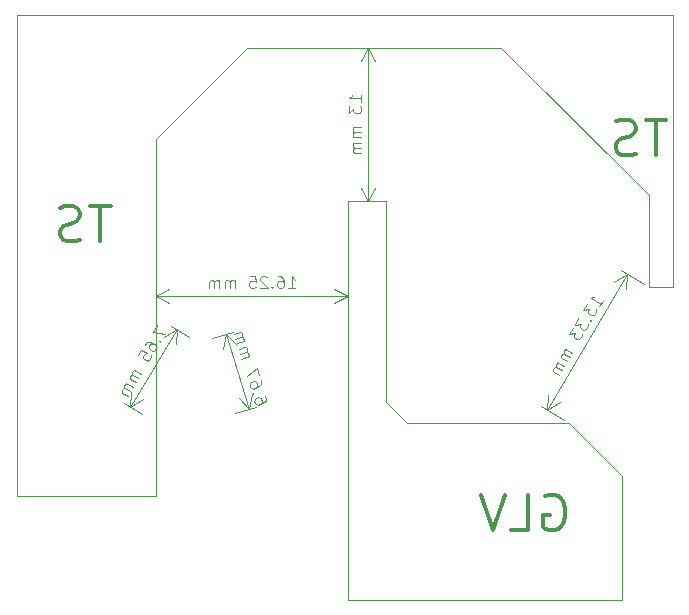
<source format=gbr>
%TF.GenerationSoftware,KiCad,Pcbnew,9.0.1-1.fc42*%
%TF.CreationDate,2025-05-01T02:21:56+08:00*%
%TF.ProjectId,discharge & time_delayforDCDC,64697363-6861-4726-9765-20262074696d,rev?*%
%TF.SameCoordinates,Original*%
%TF.FileFunction,Legend,Bot*%
%TF.FilePolarity,Positive*%
%FSLAX46Y46*%
G04 Gerber Fmt 4.6, Leading zero omitted, Abs format (unit mm)*
G04 Created by KiCad (PCBNEW 9.0.1-1.fc42) date 2025-05-01 02:21:56*
%MOMM*%
%LPD*%
G01*
G04 APERTURE LIST*
%ADD10C,0.100000*%
%ADD11C,0.375000*%
G04 APERTURE END LIST*
D10*
X146750000Y-111250000D02*
X148500000Y-113000000D01*
X162250000Y-113000000D01*
X166750000Y-117500000D01*
X166750000Y-119500000D01*
X166750000Y-128000000D01*
X143500000Y-128000000D01*
X143500000Y-94250000D01*
X146750000Y-94250000D01*
X146750000Y-111250000D01*
X171000000Y-101500000D02*
X169000000Y-101500000D01*
X169000000Y-93750000D01*
X156500000Y-81250000D01*
X135000000Y-81250000D01*
X127249361Y-89000639D01*
X127257978Y-119250000D01*
X115500000Y-119250000D01*
X115500000Y-78500000D01*
X171000000Y-78500000D01*
X171000000Y-101500000D01*
D11*
X170467575Y-87363357D02*
X168753290Y-87363357D01*
X169610432Y-90363357D02*
X169610432Y-87363357D01*
X167896147Y-90220500D02*
X167467576Y-90363357D01*
X167467576Y-90363357D02*
X166753290Y-90363357D01*
X166753290Y-90363357D02*
X166467576Y-90220500D01*
X166467576Y-90220500D02*
X166324718Y-90077642D01*
X166324718Y-90077642D02*
X166181861Y-89791928D01*
X166181861Y-89791928D02*
X166181861Y-89506214D01*
X166181861Y-89506214D02*
X166324718Y-89220500D01*
X166324718Y-89220500D02*
X166467576Y-89077642D01*
X166467576Y-89077642D02*
X166753290Y-88934785D01*
X166753290Y-88934785D02*
X167324718Y-88791928D01*
X167324718Y-88791928D02*
X167610433Y-88649071D01*
X167610433Y-88649071D02*
X167753290Y-88506214D01*
X167753290Y-88506214D02*
X167896147Y-88220500D01*
X167896147Y-88220500D02*
X167896147Y-87934785D01*
X167896147Y-87934785D02*
X167753290Y-87649071D01*
X167753290Y-87649071D02*
X167610433Y-87506214D01*
X167610433Y-87506214D02*
X167324718Y-87363357D01*
X167324718Y-87363357D02*
X166610433Y-87363357D01*
X166610433Y-87363357D02*
X166181861Y-87506214D01*
X160217575Y-119256214D02*
X160503290Y-119113357D01*
X160503290Y-119113357D02*
X160931861Y-119113357D01*
X160931861Y-119113357D02*
X161360432Y-119256214D01*
X161360432Y-119256214D02*
X161646147Y-119541928D01*
X161646147Y-119541928D02*
X161789004Y-119827642D01*
X161789004Y-119827642D02*
X161931861Y-120399071D01*
X161931861Y-120399071D02*
X161931861Y-120827642D01*
X161931861Y-120827642D02*
X161789004Y-121399071D01*
X161789004Y-121399071D02*
X161646147Y-121684785D01*
X161646147Y-121684785D02*
X161360432Y-121970500D01*
X161360432Y-121970500D02*
X160931861Y-122113357D01*
X160931861Y-122113357D02*
X160646147Y-122113357D01*
X160646147Y-122113357D02*
X160217575Y-121970500D01*
X160217575Y-121970500D02*
X160074718Y-121827642D01*
X160074718Y-121827642D02*
X160074718Y-120827642D01*
X160074718Y-120827642D02*
X160646147Y-120827642D01*
X157360432Y-122113357D02*
X158789004Y-122113357D01*
X158789004Y-122113357D02*
X158789004Y-119113357D01*
X156789004Y-119113357D02*
X155789004Y-122113357D01*
X155789004Y-122113357D02*
X154789004Y-119113357D01*
X123415775Y-94660157D02*
X121701490Y-94660157D01*
X122558632Y-97660157D02*
X122558632Y-94660157D01*
X120844347Y-97517300D02*
X120415776Y-97660157D01*
X120415776Y-97660157D02*
X119701490Y-97660157D01*
X119701490Y-97660157D02*
X119415776Y-97517300D01*
X119415776Y-97517300D02*
X119272918Y-97374442D01*
X119272918Y-97374442D02*
X119130061Y-97088728D01*
X119130061Y-97088728D02*
X119130061Y-96803014D01*
X119130061Y-96803014D02*
X119272918Y-96517300D01*
X119272918Y-96517300D02*
X119415776Y-96374442D01*
X119415776Y-96374442D02*
X119701490Y-96231585D01*
X119701490Y-96231585D02*
X120272918Y-96088728D01*
X120272918Y-96088728D02*
X120558633Y-95945871D01*
X120558633Y-95945871D02*
X120701490Y-95803014D01*
X120701490Y-95803014D02*
X120844347Y-95517300D01*
X120844347Y-95517300D02*
X120844347Y-95231585D01*
X120844347Y-95231585D02*
X120701490Y-94945871D01*
X120701490Y-94945871D02*
X120558633Y-94803014D01*
X120558633Y-94803014D02*
X120272918Y-94660157D01*
X120272918Y-94660157D02*
X119558633Y-94660157D01*
X119558633Y-94660157D02*
X119130061Y-94803014D01*
D10*
X136532879Y-110788932D02*
X136588570Y-110971084D01*
X136588570Y-110971084D02*
X136570878Y-111076084D01*
X136570878Y-111076084D02*
X136539262Y-111135545D01*
X136539262Y-111135545D02*
X136430493Y-111268390D01*
X136430493Y-111268390D02*
X136262263Y-111369619D01*
X136262263Y-111369619D02*
X135897958Y-111481001D01*
X135897958Y-111481001D02*
X135792958Y-111463309D01*
X135792958Y-111463309D02*
X135733497Y-111431693D01*
X135733497Y-111431693D02*
X135660113Y-111354540D01*
X135660113Y-111354540D02*
X135604422Y-111172387D01*
X135604422Y-111172387D02*
X135622115Y-111067387D01*
X135622115Y-111067387D02*
X135653730Y-111007926D01*
X135653730Y-111007926D02*
X135730884Y-110934543D01*
X135730884Y-110934543D02*
X135958575Y-110864929D01*
X135958575Y-110864929D02*
X136063574Y-110882621D01*
X136063574Y-110882621D02*
X136123035Y-110914237D01*
X136123035Y-110914237D02*
X136196419Y-110991390D01*
X136196419Y-110991390D02*
X136252110Y-111173543D01*
X136252110Y-111173543D02*
X136234418Y-111278542D01*
X136234418Y-111278542D02*
X136202802Y-111338003D01*
X136202802Y-111338003D02*
X136125649Y-111411387D01*
X135514502Y-110552544D02*
X135455041Y-110520929D01*
X135455041Y-110520929D02*
X135423426Y-110580390D01*
X135423426Y-110580390D02*
X135482887Y-110612005D01*
X135482887Y-110612005D02*
X135514502Y-110552544D01*
X135514502Y-110552544D02*
X135423426Y-110580390D01*
X136115196Y-109422785D02*
X136170887Y-109604938D01*
X136170887Y-109604938D02*
X136153194Y-109709937D01*
X136153194Y-109709937D02*
X136121579Y-109769398D01*
X136121579Y-109769398D02*
X136012810Y-109902243D01*
X136012810Y-109902243D02*
X135844580Y-110003473D01*
X135844580Y-110003473D02*
X135480274Y-110114855D01*
X135480274Y-110114855D02*
X135375275Y-110097162D01*
X135375275Y-110097162D02*
X135315814Y-110065547D01*
X135315814Y-110065547D02*
X135242430Y-109988393D01*
X135242430Y-109988393D02*
X135186739Y-109806241D01*
X135186739Y-109806241D02*
X135204431Y-109701241D01*
X135204431Y-109701241D02*
X135236047Y-109641780D01*
X135236047Y-109641780D02*
X135313200Y-109568396D01*
X135313200Y-109568396D02*
X135540891Y-109498782D01*
X135540891Y-109498782D02*
X135645891Y-109516475D01*
X135645891Y-109516475D02*
X135705352Y-109548091D01*
X135705352Y-109548091D02*
X135778735Y-109625244D01*
X135778735Y-109625244D02*
X135834427Y-109807397D01*
X135834427Y-109807397D02*
X135816734Y-109912396D01*
X135816734Y-109912396D02*
X135785119Y-109971857D01*
X135785119Y-109971857D02*
X135707965Y-110045241D01*
X135989890Y-109012941D02*
X135794971Y-108375406D01*
X135794971Y-108375406D02*
X134963974Y-109077629D01*
X134504521Y-107574867D02*
X135142057Y-107379948D01*
X135050980Y-107407794D02*
X135082596Y-107348333D01*
X135082596Y-107348333D02*
X135100288Y-107243334D01*
X135100288Y-107243334D02*
X135058520Y-107106719D01*
X135058520Y-107106719D02*
X134985136Y-107029565D01*
X134985136Y-107029565D02*
X134880137Y-107011873D01*
X134880137Y-107011873D02*
X134379216Y-107165023D01*
X134880137Y-107011873D02*
X134957290Y-106938489D01*
X134957290Y-106938489D02*
X134974983Y-106833490D01*
X134974983Y-106833490D02*
X134933215Y-106696875D01*
X134933215Y-106696875D02*
X134859831Y-106619721D01*
X134859831Y-106619721D02*
X134754832Y-106602029D01*
X134754832Y-106602029D02*
X134253911Y-106755179D01*
X134114683Y-106299798D02*
X134752218Y-106104878D01*
X134661142Y-106132724D02*
X134692757Y-106073263D01*
X134692757Y-106073263D02*
X134710450Y-105968264D01*
X134710450Y-105968264D02*
X134668682Y-105831649D01*
X134668682Y-105831649D02*
X134595298Y-105754495D01*
X134595298Y-105754495D02*
X134490299Y-105736803D01*
X134490299Y-105736803D02*
X133989378Y-105889954D01*
X134490299Y-105736803D02*
X134567452Y-105663419D01*
X134567452Y-105663419D02*
X134585145Y-105558420D01*
X134585145Y-105558420D02*
X134543376Y-105421805D01*
X134543376Y-105421805D02*
X134469993Y-105344652D01*
X134469993Y-105344652D02*
X134364993Y-105326959D01*
X134364993Y-105326959D02*
X133864073Y-105480110D01*
X133939950Y-112228863D02*
X135703821Y-111689580D01*
X131990851Y-105853811D02*
X133754722Y-105314528D01*
X135143026Y-111861036D02*
X133193927Y-105485984D01*
X135143026Y-111861036D02*
X134252865Y-110955214D01*
X135143026Y-111861036D02*
X135374456Y-110612301D01*
X133193927Y-105485984D02*
X134084088Y-106391806D01*
X133193927Y-105485984D02*
X132962497Y-106734719D01*
X127320129Y-104756069D02*
X126973456Y-105325509D01*
X126973456Y-105325509D02*
X128050478Y-105479449D01*
X127548170Y-106121388D02*
X127564082Y-106186825D01*
X127564082Y-106186825D02*
X127629519Y-106170913D01*
X127629519Y-106170913D02*
X127613607Y-106105476D01*
X127613607Y-106105476D02*
X127548170Y-106121388D01*
X127548170Y-106121388D02*
X127629519Y-106170913D01*
X126304874Y-106423716D02*
X126403923Y-106261018D01*
X126403923Y-106261018D02*
X126494122Y-106204432D01*
X126494122Y-106204432D02*
X126559559Y-106188520D01*
X126559559Y-106188520D02*
X126731106Y-106181458D01*
X126731106Y-106181458D02*
X126918566Y-106239833D01*
X126918566Y-106239833D02*
X127243961Y-106437932D01*
X127243961Y-106437932D02*
X127300547Y-106528131D01*
X127300547Y-106528131D02*
X127316459Y-106593568D01*
X127316459Y-106593568D02*
X127307609Y-106699679D01*
X127307609Y-106699679D02*
X127208559Y-106862376D01*
X127208559Y-106862376D02*
X127118360Y-106918962D01*
X127118360Y-106918962D02*
X127052924Y-106934874D01*
X127052924Y-106934874D02*
X126946813Y-106926024D01*
X126946813Y-106926024D02*
X126743441Y-106802212D01*
X126743441Y-106802212D02*
X126686855Y-106712013D01*
X126686855Y-106712013D02*
X126670943Y-106646577D01*
X126670943Y-106646577D02*
X126679793Y-106540466D01*
X126679793Y-106540466D02*
X126778842Y-106377768D01*
X126778842Y-106377768D02*
X126869041Y-106321182D01*
X126869041Y-106321182D02*
X126934478Y-106305270D01*
X126934478Y-106305270D02*
X127040589Y-106314120D01*
X125784865Y-107277877D02*
X126032488Y-106871133D01*
X126032488Y-106871133D02*
X126463994Y-107078082D01*
X126463994Y-107078082D02*
X126398557Y-107093994D01*
X126398557Y-107093994D02*
X126308358Y-107150581D01*
X126308358Y-107150581D02*
X126184547Y-107353952D01*
X126184547Y-107353952D02*
X126175696Y-107460063D01*
X126175696Y-107460063D02*
X126191608Y-107525500D01*
X126191608Y-107525500D02*
X126248195Y-107615699D01*
X126248195Y-107615699D02*
X126451566Y-107739511D01*
X126451566Y-107739511D02*
X126557677Y-107748361D01*
X126557677Y-107748361D02*
X126623114Y-107732449D01*
X126623114Y-107732449D02*
X126713313Y-107675862D01*
X126713313Y-107675862D02*
X126837125Y-107472491D01*
X126837125Y-107472491D02*
X126845975Y-107366380D01*
X126845975Y-107366380D02*
X126830063Y-107300943D01*
X125995205Y-108855418D02*
X125425765Y-108508746D01*
X125507113Y-108558270D02*
X125441677Y-108574182D01*
X125441677Y-108574182D02*
X125351478Y-108630769D01*
X125351478Y-108630769D02*
X125277191Y-108752792D01*
X125277191Y-108752792D02*
X125268340Y-108858903D01*
X125268340Y-108858903D02*
X125324927Y-108949102D01*
X125324927Y-108949102D02*
X125772344Y-109221487D01*
X125324927Y-108949102D02*
X125218816Y-108940251D01*
X125218816Y-108940251D02*
X125128617Y-108996838D01*
X125128617Y-108996838D02*
X125054330Y-109118861D01*
X125054330Y-109118861D02*
X125045480Y-109224972D01*
X125045480Y-109224972D02*
X125102066Y-109315171D01*
X125102066Y-109315171D02*
X125549483Y-109587556D01*
X125301860Y-109994299D02*
X124732420Y-109647627D01*
X124813768Y-109697151D02*
X124748332Y-109713063D01*
X124748332Y-109713063D02*
X124658133Y-109769650D01*
X124658133Y-109769650D02*
X124583846Y-109891673D01*
X124583846Y-109891673D02*
X124574996Y-109997784D01*
X124574996Y-109997784D02*
X124631582Y-110087983D01*
X124631582Y-110087983D02*
X125078999Y-110360368D01*
X124631582Y-110087983D02*
X124525471Y-110079132D01*
X124525471Y-110079132D02*
X124435272Y-110135719D01*
X124435272Y-110135719D02*
X124360985Y-110257742D01*
X124360985Y-110257742D02*
X124352135Y-110363852D01*
X124352135Y-110363852D02*
X124408721Y-110454051D01*
X124408721Y-110454051D02*
X124856139Y-110726437D01*
X130060220Y-105739996D02*
X128526175Y-104806077D01*
X126084716Y-112270116D02*
X124550671Y-111336197D01*
X129027072Y-105111020D02*
X125051568Y-111641140D01*
X129027072Y-105111020D02*
X128942178Y-106378179D01*
X129027072Y-105111020D02*
X127940382Y-105768291D01*
X125051568Y-111641140D02*
X125136462Y-110373981D01*
X125051568Y-111641140D02*
X126138258Y-110983869D01*
X164786345Y-103168714D02*
X165075602Y-102675905D01*
X164930973Y-102922309D02*
X164068558Y-102416109D01*
X164068558Y-102416109D02*
X164239970Y-102406288D01*
X164239970Y-102406288D02*
X164370314Y-102372363D01*
X164370314Y-102372363D02*
X164459591Y-102314333D01*
X163755195Y-102949985D02*
X163441833Y-103483862D01*
X163441833Y-103483862D02*
X163939106Y-103389228D01*
X163939106Y-103389228D02*
X163866792Y-103512430D01*
X163866792Y-103512430D02*
X163859650Y-103618670D01*
X163859650Y-103618670D02*
X163876612Y-103683842D01*
X163876612Y-103683842D02*
X163934642Y-103773119D01*
X163934642Y-103773119D02*
X164139979Y-103893643D01*
X164139979Y-103893643D02*
X164246219Y-103900785D01*
X164246219Y-103900785D02*
X164311391Y-103883823D01*
X164311391Y-103883823D02*
X164400668Y-103825793D01*
X164400668Y-103825793D02*
X164545297Y-103579388D01*
X164545297Y-103579388D02*
X164552439Y-103473148D01*
X164552439Y-103473148D02*
X164535476Y-103407976D01*
X164005171Y-104311459D02*
X164022134Y-104376632D01*
X164022134Y-104376632D02*
X164087306Y-104359669D01*
X164087306Y-104359669D02*
X164070343Y-104294497D01*
X164070343Y-104294497D02*
X164005171Y-104311459D01*
X164005171Y-104311459D02*
X164087306Y-104359669D01*
X163032052Y-104182007D02*
X162718690Y-104715884D01*
X162718690Y-104715884D02*
X163215963Y-104621250D01*
X163215963Y-104621250D02*
X163143648Y-104744452D01*
X163143648Y-104744452D02*
X163136506Y-104850692D01*
X163136506Y-104850692D02*
X163153469Y-104915864D01*
X163153469Y-104915864D02*
X163211499Y-105005141D01*
X163211499Y-105005141D02*
X163416836Y-105125665D01*
X163416836Y-105125665D02*
X163523075Y-105132807D01*
X163523075Y-105132807D02*
X163588248Y-105115845D01*
X163588248Y-105115845D02*
X163677525Y-105057815D01*
X163677525Y-105057815D02*
X163822153Y-104811410D01*
X163822153Y-104811410D02*
X163829296Y-104705171D01*
X163829296Y-104705171D02*
X163812333Y-104639998D01*
X162549956Y-105003356D02*
X162236594Y-105537232D01*
X162236594Y-105537232D02*
X162733867Y-105442599D01*
X162733867Y-105442599D02*
X162661552Y-105565801D01*
X162661552Y-105565801D02*
X162654410Y-105672041D01*
X162654410Y-105672041D02*
X162671373Y-105737213D01*
X162671373Y-105737213D02*
X162729403Y-105826490D01*
X162729403Y-105826490D02*
X162934740Y-105947014D01*
X162934740Y-105947014D02*
X163040980Y-105954156D01*
X163040980Y-105954156D02*
X163106152Y-105937193D01*
X163106152Y-105937193D02*
X163195429Y-105879163D01*
X163195429Y-105879163D02*
X163340058Y-105632759D01*
X163340058Y-105632759D02*
X163347200Y-105526519D01*
X163347200Y-105526519D02*
X163330237Y-105461347D01*
X162496390Y-107070119D02*
X161921446Y-106732651D01*
X162003581Y-106780861D02*
X161938409Y-106797824D01*
X161938409Y-106797824D02*
X161849132Y-106855854D01*
X161849132Y-106855854D02*
X161776817Y-106979056D01*
X161776817Y-106979056D02*
X161769675Y-107085296D01*
X161769675Y-107085296D02*
X161827705Y-107174573D01*
X161827705Y-107174573D02*
X162279447Y-107439725D01*
X161827705Y-107174573D02*
X161721465Y-107167430D01*
X161721465Y-107167430D02*
X161632189Y-107225461D01*
X161632189Y-107225461D02*
X161559874Y-107348663D01*
X161559874Y-107348663D02*
X161552732Y-107454902D01*
X161552732Y-107454902D02*
X161610762Y-107544179D01*
X161610762Y-107544179D02*
X162062504Y-107809332D01*
X161821456Y-108220006D02*
X161246512Y-107882539D01*
X161328647Y-107930748D02*
X161263475Y-107947711D01*
X161263475Y-107947711D02*
X161174198Y-108005741D01*
X161174198Y-108005741D02*
X161101883Y-108128943D01*
X161101883Y-108128943D02*
X161094741Y-108235183D01*
X161094741Y-108235183D02*
X161152771Y-108324460D01*
X161152771Y-108324460D02*
X161604513Y-108589613D01*
X161152771Y-108324460D02*
X161046532Y-108317318D01*
X161046532Y-108317318D02*
X160957255Y-108375348D01*
X160957255Y-108375348D02*
X160884940Y-108498550D01*
X160884940Y-108498550D02*
X160877798Y-108604790D01*
X160877798Y-108604790D02*
X160935828Y-108694067D01*
X160935828Y-108694067D02*
X161387570Y-108959219D01*
X168568792Y-101246900D02*
X166642968Y-100116525D01*
X161818792Y-112746900D02*
X159892968Y-111616525D01*
X167148706Y-100413371D02*
X160398706Y-111913371D01*
X167148706Y-100413371D02*
X167084208Y-101681732D01*
X167148706Y-100413371D02*
X166072731Y-101088039D01*
X160398706Y-111913371D02*
X160463204Y-110645010D01*
X160398706Y-111913371D02*
X161474681Y-111238703D01*
X138470237Y-101607419D02*
X139041665Y-101607419D01*
X138755951Y-101607419D02*
X138755951Y-100607419D01*
X138755951Y-100607419D02*
X138851189Y-100750276D01*
X138851189Y-100750276D02*
X138946427Y-100845514D01*
X138946427Y-100845514D02*
X139041665Y-100893133D01*
X137613094Y-100607419D02*
X137803570Y-100607419D01*
X137803570Y-100607419D02*
X137898808Y-100655038D01*
X137898808Y-100655038D02*
X137946427Y-100702657D01*
X137946427Y-100702657D02*
X138041665Y-100845514D01*
X138041665Y-100845514D02*
X138089284Y-101035990D01*
X138089284Y-101035990D02*
X138089284Y-101416942D01*
X138089284Y-101416942D02*
X138041665Y-101512180D01*
X138041665Y-101512180D02*
X137994046Y-101559800D01*
X137994046Y-101559800D02*
X137898808Y-101607419D01*
X137898808Y-101607419D02*
X137708332Y-101607419D01*
X137708332Y-101607419D02*
X137613094Y-101559800D01*
X137613094Y-101559800D02*
X137565475Y-101512180D01*
X137565475Y-101512180D02*
X137517856Y-101416942D01*
X137517856Y-101416942D02*
X137517856Y-101178847D01*
X137517856Y-101178847D02*
X137565475Y-101083609D01*
X137565475Y-101083609D02*
X137613094Y-101035990D01*
X137613094Y-101035990D02*
X137708332Y-100988371D01*
X137708332Y-100988371D02*
X137898808Y-100988371D01*
X137898808Y-100988371D02*
X137994046Y-101035990D01*
X137994046Y-101035990D02*
X138041665Y-101083609D01*
X138041665Y-101083609D02*
X138089284Y-101178847D01*
X137089284Y-101512180D02*
X137041665Y-101559800D01*
X137041665Y-101559800D02*
X137089284Y-101607419D01*
X137089284Y-101607419D02*
X137136903Y-101559800D01*
X137136903Y-101559800D02*
X137089284Y-101512180D01*
X137089284Y-101512180D02*
X137089284Y-101607419D01*
X136660713Y-100702657D02*
X136613094Y-100655038D01*
X136613094Y-100655038D02*
X136517856Y-100607419D01*
X136517856Y-100607419D02*
X136279761Y-100607419D01*
X136279761Y-100607419D02*
X136184523Y-100655038D01*
X136184523Y-100655038D02*
X136136904Y-100702657D01*
X136136904Y-100702657D02*
X136089285Y-100797895D01*
X136089285Y-100797895D02*
X136089285Y-100893133D01*
X136089285Y-100893133D02*
X136136904Y-101035990D01*
X136136904Y-101035990D02*
X136708332Y-101607419D01*
X136708332Y-101607419D02*
X136089285Y-101607419D01*
X135184523Y-100607419D02*
X135660713Y-100607419D01*
X135660713Y-100607419D02*
X135708332Y-101083609D01*
X135708332Y-101083609D02*
X135660713Y-101035990D01*
X135660713Y-101035990D02*
X135565475Y-100988371D01*
X135565475Y-100988371D02*
X135327380Y-100988371D01*
X135327380Y-100988371D02*
X135232142Y-101035990D01*
X135232142Y-101035990D02*
X135184523Y-101083609D01*
X135184523Y-101083609D02*
X135136904Y-101178847D01*
X135136904Y-101178847D02*
X135136904Y-101416942D01*
X135136904Y-101416942D02*
X135184523Y-101512180D01*
X135184523Y-101512180D02*
X135232142Y-101559800D01*
X135232142Y-101559800D02*
X135327380Y-101607419D01*
X135327380Y-101607419D02*
X135565475Y-101607419D01*
X135565475Y-101607419D02*
X135660713Y-101559800D01*
X135660713Y-101559800D02*
X135708332Y-101512180D01*
X133946427Y-101607419D02*
X133946427Y-100940752D01*
X133946427Y-101035990D02*
X133898808Y-100988371D01*
X133898808Y-100988371D02*
X133803570Y-100940752D01*
X133803570Y-100940752D02*
X133660713Y-100940752D01*
X133660713Y-100940752D02*
X133565475Y-100988371D01*
X133565475Y-100988371D02*
X133517856Y-101083609D01*
X133517856Y-101083609D02*
X133517856Y-101607419D01*
X133517856Y-101083609D02*
X133470237Y-100988371D01*
X133470237Y-100988371D02*
X133374999Y-100940752D01*
X133374999Y-100940752D02*
X133232142Y-100940752D01*
X133232142Y-100940752D02*
X133136903Y-100988371D01*
X133136903Y-100988371D02*
X133089284Y-101083609D01*
X133089284Y-101083609D02*
X133089284Y-101607419D01*
X132613094Y-101607419D02*
X132613094Y-100940752D01*
X132613094Y-101035990D02*
X132565475Y-100988371D01*
X132565475Y-100988371D02*
X132470237Y-100940752D01*
X132470237Y-100940752D02*
X132327380Y-100940752D01*
X132327380Y-100940752D02*
X132232142Y-100988371D01*
X132232142Y-100988371D02*
X132184523Y-101083609D01*
X132184523Y-101083609D02*
X132184523Y-101607419D01*
X132184523Y-101083609D02*
X132136904Y-100988371D01*
X132136904Y-100988371D02*
X132041666Y-100940752D01*
X132041666Y-100940752D02*
X131898809Y-100940752D01*
X131898809Y-100940752D02*
X131803570Y-100988371D01*
X131803570Y-100988371D02*
X131755951Y-101083609D01*
X131755951Y-101083609D02*
X131755951Y-101607419D01*
X127250000Y-102250000D02*
X127250000Y-102250000D01*
X143500000Y-101663580D02*
X143500000Y-102250000D01*
X127250000Y-102250000D02*
X143500000Y-102250000D01*
X127250000Y-102250000D02*
X128376504Y-101663579D01*
X127250000Y-102250000D02*
X128376504Y-102836421D01*
X143500000Y-102250000D02*
X142373496Y-102836421D01*
X143500000Y-102250000D02*
X142373496Y-101663579D01*
X144607419Y-85845238D02*
X144607419Y-85273810D01*
X144607419Y-85559524D02*
X143607419Y-85559524D01*
X143607419Y-85559524D02*
X143750276Y-85464286D01*
X143750276Y-85464286D02*
X143845514Y-85369048D01*
X143845514Y-85369048D02*
X143893133Y-85273810D01*
X143607419Y-86178572D02*
X143607419Y-86797619D01*
X143607419Y-86797619D02*
X143988371Y-86464286D01*
X143988371Y-86464286D02*
X143988371Y-86607143D01*
X143988371Y-86607143D02*
X144035990Y-86702381D01*
X144035990Y-86702381D02*
X144083609Y-86750000D01*
X144083609Y-86750000D02*
X144178847Y-86797619D01*
X144178847Y-86797619D02*
X144416942Y-86797619D01*
X144416942Y-86797619D02*
X144512180Y-86750000D01*
X144512180Y-86750000D02*
X144559800Y-86702381D01*
X144559800Y-86702381D02*
X144607419Y-86607143D01*
X144607419Y-86607143D02*
X144607419Y-86321429D01*
X144607419Y-86321429D02*
X144559800Y-86226191D01*
X144559800Y-86226191D02*
X144512180Y-86178572D01*
X144607419Y-87988096D02*
X143940752Y-87988096D01*
X144035990Y-87988096D02*
X143988371Y-88035715D01*
X143988371Y-88035715D02*
X143940752Y-88130953D01*
X143940752Y-88130953D02*
X143940752Y-88273810D01*
X143940752Y-88273810D02*
X143988371Y-88369048D01*
X143988371Y-88369048D02*
X144083609Y-88416667D01*
X144083609Y-88416667D02*
X144607419Y-88416667D01*
X144083609Y-88416667D02*
X143988371Y-88464286D01*
X143988371Y-88464286D02*
X143940752Y-88559524D01*
X143940752Y-88559524D02*
X143940752Y-88702381D01*
X143940752Y-88702381D02*
X143988371Y-88797620D01*
X143988371Y-88797620D02*
X144083609Y-88845239D01*
X144083609Y-88845239D02*
X144607419Y-88845239D01*
X144607419Y-89321429D02*
X143940752Y-89321429D01*
X144035990Y-89321429D02*
X143988371Y-89369048D01*
X143988371Y-89369048D02*
X143940752Y-89464286D01*
X143940752Y-89464286D02*
X143940752Y-89607143D01*
X143940752Y-89607143D02*
X143988371Y-89702381D01*
X143988371Y-89702381D02*
X144083609Y-89750000D01*
X144083609Y-89750000D02*
X144607419Y-89750000D01*
X144083609Y-89750000D02*
X143988371Y-89797619D01*
X143988371Y-89797619D02*
X143940752Y-89892857D01*
X143940752Y-89892857D02*
X143940752Y-90035714D01*
X143940752Y-90035714D02*
X143988371Y-90130953D01*
X143988371Y-90130953D02*
X144083609Y-90178572D01*
X144083609Y-90178572D02*
X144607419Y-90178572D01*
X145250000Y-94250000D02*
X145250000Y-94250000D01*
X145250000Y-81250000D02*
X145250000Y-81250000D01*
X145250000Y-94250000D02*
X145250000Y-81250000D01*
X145250000Y-94250000D02*
X144663579Y-93123496D01*
X145250000Y-94250000D02*
X145836421Y-93123496D01*
X145250000Y-81250000D02*
X145836421Y-82376504D01*
X145250000Y-81250000D02*
X144663579Y-82376504D01*
M02*

</source>
